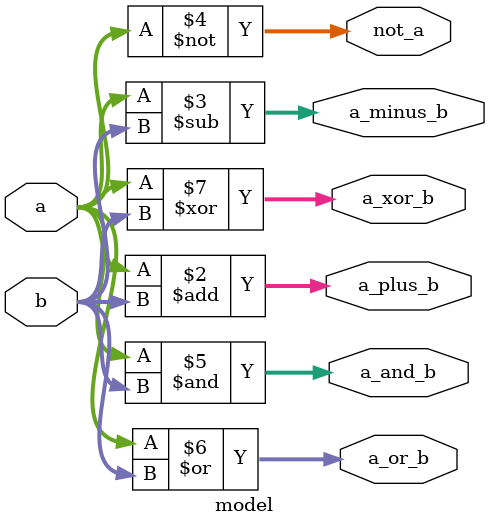
<source format=sv>
module model #(parameter
  DATA_WIDTH = 32
) (
  input  [DATA_WIDTH-1:0] a,
  input  [DATA_WIDTH-1:0] b,
  output logic [DATA_WIDTH-1:0] a_plus_b,
  output logic [DATA_WIDTH-1:0] a_minus_b,
  output logic [DATA_WIDTH-1:0] not_a,
  output logic [DATA_WIDTH-1:0] a_and_b,
  output logic [DATA_WIDTH-1:0] a_or_b,
  output logic [DATA_WIDTH-1:0] a_xor_b
);

  always@(*) begin
    a_plus_b = a+b;
    a_minus_b = a-b;
    not_a = ~a;
    a_and_b = a&b;
    a_or_b = a|b;
    a_xor_b = a^b;
  end


endmodule

</source>
